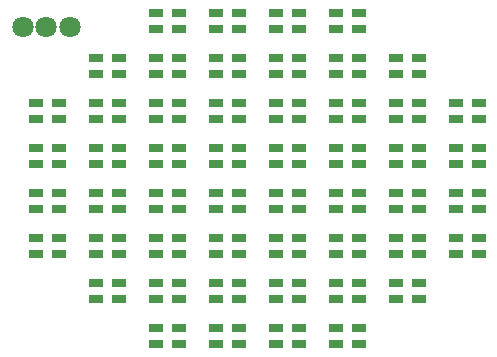
<source format=gts>
G75*
%MOIN*%
%OFA0B0*%
%FSLAX25Y25*%
%IPPOS*%
%LPD*%
%AMOC8*
5,1,8,0,0,1.08239X$1,22.5*
%
%ADD10C,0.07099*%
%ADD11R,0.04737X0.03162*%
D10*
X0026059Y0156768D03*
X0033933Y0156768D03*
X0041807Y0156768D03*
D11*
X0070409Y0051098D03*
X0070409Y0056217D03*
X0078087Y0056217D03*
X0078087Y0051098D03*
X0090409Y0051098D03*
X0090409Y0056217D03*
X0098087Y0056217D03*
X0098087Y0051098D03*
X0110409Y0051098D03*
X0118087Y0051098D03*
X0118087Y0056217D03*
X0110409Y0056217D03*
X0110409Y0066098D03*
X0118087Y0066098D03*
X0118087Y0071217D03*
X0110409Y0071217D03*
X0110409Y0081098D03*
X0110409Y0086217D03*
X0118087Y0086217D03*
X0118087Y0081098D03*
X0130409Y0081098D03*
X0130409Y0086217D03*
X0138087Y0086217D03*
X0138087Y0081098D03*
X0138087Y0071217D03*
X0130409Y0071217D03*
X0130409Y0066098D03*
X0138087Y0066098D03*
X0138087Y0056217D03*
X0130409Y0056217D03*
X0130409Y0051098D03*
X0138087Y0051098D03*
X0150409Y0066098D03*
X0150409Y0071217D03*
X0158087Y0071217D03*
X0158087Y0066098D03*
X0158087Y0081098D03*
X0158087Y0086217D03*
X0150409Y0086217D03*
X0150409Y0081098D03*
X0150409Y0096098D03*
X0150409Y0101217D03*
X0158087Y0101217D03*
X0158087Y0096098D03*
X0170409Y0096098D03*
X0170409Y0101217D03*
X0178087Y0101217D03*
X0178087Y0096098D03*
X0178087Y0086217D03*
X0178087Y0081098D03*
X0170409Y0081098D03*
X0170409Y0086217D03*
X0138087Y0096098D03*
X0138087Y0101217D03*
X0130409Y0101217D03*
X0130409Y0096098D03*
X0118087Y0096098D03*
X0118087Y0101217D03*
X0110409Y0101217D03*
X0110409Y0096098D03*
X0098087Y0096098D03*
X0098087Y0101217D03*
X0090409Y0101217D03*
X0090409Y0096098D03*
X0078087Y0096098D03*
X0078087Y0101217D03*
X0070409Y0101217D03*
X0070409Y0096098D03*
X0058087Y0096098D03*
X0058087Y0101217D03*
X0050409Y0101217D03*
X0050409Y0096098D03*
X0038087Y0096098D03*
X0038087Y0101217D03*
X0030409Y0101217D03*
X0030409Y0096098D03*
X0030409Y0086217D03*
X0030409Y0081098D03*
X0038087Y0081098D03*
X0038087Y0086217D03*
X0050409Y0086217D03*
X0050409Y0081098D03*
X0058087Y0081098D03*
X0058087Y0086217D03*
X0070409Y0086217D03*
X0070409Y0081098D03*
X0078087Y0081098D03*
X0078087Y0086217D03*
X0090409Y0086217D03*
X0090409Y0081098D03*
X0098087Y0081098D03*
X0098087Y0086217D03*
X0098087Y0071217D03*
X0098087Y0066098D03*
X0090409Y0066098D03*
X0090409Y0071217D03*
X0078087Y0071217D03*
X0078087Y0066098D03*
X0070409Y0066098D03*
X0070409Y0071217D03*
X0058087Y0071217D03*
X0050409Y0071217D03*
X0050409Y0066098D03*
X0058087Y0066098D03*
X0058087Y0111098D03*
X0058087Y0116217D03*
X0050409Y0116217D03*
X0050409Y0111098D03*
X0038087Y0111098D03*
X0038087Y0116217D03*
X0030409Y0116217D03*
X0030409Y0111098D03*
X0030409Y0126098D03*
X0030409Y0131217D03*
X0038087Y0131217D03*
X0038087Y0126098D03*
X0050409Y0126098D03*
X0058087Y0126098D03*
X0058087Y0131217D03*
X0050409Y0131217D03*
X0050409Y0141098D03*
X0058087Y0141098D03*
X0058087Y0146217D03*
X0050409Y0146217D03*
X0070409Y0146217D03*
X0070409Y0141098D03*
X0078087Y0141098D03*
X0078087Y0146217D03*
X0078087Y0156098D03*
X0078087Y0161217D03*
X0070409Y0161217D03*
X0070409Y0156098D03*
X0090409Y0156098D03*
X0090409Y0161217D03*
X0098087Y0161217D03*
X0098087Y0156098D03*
X0098087Y0146217D03*
X0098087Y0141098D03*
X0090409Y0141098D03*
X0090409Y0146217D03*
X0090409Y0131217D03*
X0090409Y0126098D03*
X0098087Y0126098D03*
X0098087Y0131217D03*
X0110409Y0131217D03*
X0118087Y0131217D03*
X0118087Y0126098D03*
X0110409Y0126098D03*
X0110409Y0116217D03*
X0110409Y0111098D03*
X0118087Y0111098D03*
X0118087Y0116217D03*
X0130409Y0116217D03*
X0130409Y0111098D03*
X0138087Y0111098D03*
X0138087Y0116217D03*
X0138087Y0126098D03*
X0130409Y0126098D03*
X0130409Y0131217D03*
X0138087Y0131217D03*
X0138087Y0141098D03*
X0130409Y0141098D03*
X0130409Y0146217D03*
X0138087Y0146217D03*
X0138087Y0156098D03*
X0138087Y0161217D03*
X0130409Y0161217D03*
X0130409Y0156098D03*
X0118087Y0156098D03*
X0118087Y0161217D03*
X0110409Y0161217D03*
X0110409Y0156098D03*
X0110409Y0146217D03*
X0118087Y0146217D03*
X0118087Y0141098D03*
X0110409Y0141098D03*
X0098087Y0116217D03*
X0098087Y0111098D03*
X0090409Y0111098D03*
X0090409Y0116217D03*
X0078087Y0116217D03*
X0078087Y0111098D03*
X0070409Y0111098D03*
X0070409Y0116217D03*
X0070409Y0126098D03*
X0070409Y0131217D03*
X0078087Y0131217D03*
X0078087Y0126098D03*
X0150409Y0126098D03*
X0150409Y0131217D03*
X0158087Y0131217D03*
X0158087Y0126098D03*
X0158087Y0116217D03*
X0158087Y0111098D03*
X0150409Y0111098D03*
X0150409Y0116217D03*
X0170409Y0116217D03*
X0170409Y0111098D03*
X0178087Y0111098D03*
X0178087Y0116217D03*
X0178087Y0126098D03*
X0170409Y0126098D03*
X0170409Y0131217D03*
X0178087Y0131217D03*
X0158087Y0141098D03*
X0158087Y0146217D03*
X0150409Y0146217D03*
X0150409Y0141098D03*
M02*

</source>
